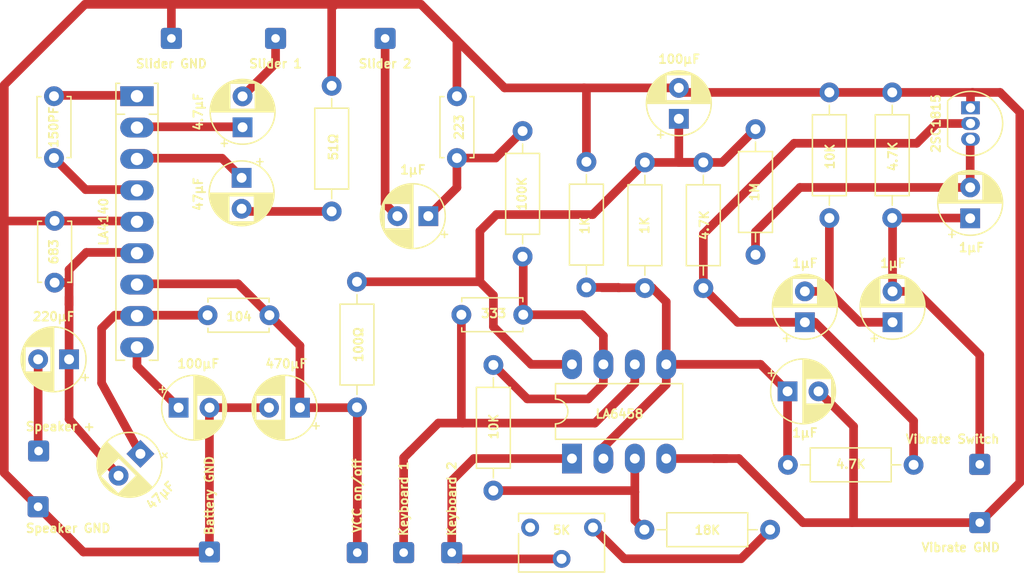
<source format=kicad_pcb>
(kicad_pcb (version 20171130) (host pcbnew "(5.1.10-1-10_14)")
  (layers (0 F.Cu signal) (31 B.Cu signal) (34 B.Paste user) (35 F.Paste user) (36 B.SilkS user) (37 F.SilkS user) (38 B.Mask user) (39 F.Mask user) (44 Edge.Cuts user))
  (net 0 "")
  (net 1 "Net-(C1-Pad2)")
  (net 2 "Net-(C1-Pad1)")
  (net 3 GND)
  (net 4 VCC)
  (net 5 "Net-(C3-Pad2)")
  (net 6 W)
  (net 7 O)
  (net 8 "Net-(C5-Pad1)")
  (net 9 "Net-(C6-Pad2)")
  (net 10 "Net-(C6-Pad1)")
  (net 11 "Net-(C7-Pad1)")
  (net 12 "Net-(C9-Pad1)")
  (net 13 "Net-(C10-Pad1)")
  (net 14 G)
  (net 15 "Net-(C11-Pad1)")
  (net 16 "Net-(C13-Pad2)")
  (net 17 V)
  (net 18 Y)
  (net 19 "Net-(C14-Pad1)")
  (net 20 "Net-(C15-Pad1)")
  (net 21 "Net-(C16-Pad1)")
  (net 22 "Net-(C17-Pad1)")
  (net 23 P)
  (net 24 "Net-(R11-Pad1)")
  (net 25 "Net-(R12-Pad1)")
  (module Package_SIP:SIP9_Housing_BigPads (layer F.Cu) (at 166.751 74.8792 270)
    (fp_text reference U2 hide)
    (fp_text value LA4140 (at 10.16 2.7 90) (layer F.SilkS) (effects (font (size 0.7 0.7))))
    (pad 9 thru_hole oval (at 20.32 0) (size 2.7 1.6) (drill 1) (layers *.Cu *.Mask) (net 12 "Net-(C9-Pad1)"))
    (pad 8 thru_hole oval (at 17.78 0) (size 2.7 1.6) (drill 1) (layers *.Cu *.Mask) (net 11 "Net-(C7-Pad1)"))
    (pad 7 thru_hole oval (at 15.24 0) (size 2.7 1.6) (drill 1) (layers *.Cu *.Mask) (net 4 VCC))
    (pad 6 thru_hole oval (at 12.7 0) (size 2.7 1.6) (drill 1) (layers *.Cu *.Mask) (net 5 "Net-(C3-Pad2)"))
    (pad 5 thru_hole oval (at 10.16 0) (size 2.7 1.6) (drill 1) (layers *.Cu *.Mask) (net 3 GND))
    (pad 4 thru_hole oval (at 7.62 0) (size 2.7 1.6) (drill 1) (layers *.Cu *.Mask) (net 1 "Net-(C1-Pad2)"))
    (pad 3 thru_hole oval (at 5.08 0) (size 2.7 1.6) (drill 1) (layers *.Cu *.Mask) (net 10 "Net-(C6-Pad1)"))
    (pad 2 thru_hole oval (at 2.54 0) (size 2.7 1.6) (drill 1) (layers *.Cu *.Mask) (net 8 "Net-(C5-Pad1)"))
    (pad 1 thru_hole rect (at 0 0) (size 2.7 1.6) (drill 1) (layers *.Cu *.Mask) (net 2 "Net-(C1-Pad1)"))
  )
  (module Capacitor_THT:CP_Radial_D5.0mm_P2.50mm (layer F.Cu) (at 220.726 93.1672 90)
    (fp_text reference C17 hide)
    (fp_text value 1µF (at 4.7752 0 180) (layer F.SilkS) (effects (font (size 0.7 0.7))))
    (pad 2 thru_hole circle (at 2.5 0 90) (size 1.6 1.6) (drill 0.8) (layers *.Cu *.Mask) (net 20 "Net-(C15-Pad1)"))
    (pad 1 thru_hole rect (at 0 0 90) (size 1.6 1.6) (drill 0.8) (layers *.Cu *.Mask) (net 22 "Net-(C17-Pad1)"))
  )
  (module Capacitor_THT:CP_Radial_D5.0mm_P2.50mm (layer F.Cu) (at 219.329 98.7552)
    (fp_text reference C16 hide)
    (fp_text value 1µF (at 1.397 3.3528) (layer F.SilkS) (effects (font (size 0.7 0.7))))
    (pad 2 thru_hole circle (at 2.5 0) (size 1.6 1.6) (drill 0.8) (layers *.Cu *.Mask) (net 3 GND))
    (pad 1 thru_hole rect (at 0 0) (size 1.6 1.6) (drill 0.8) (layers *.Cu *.Mask) (net 21 "Net-(C16-Pad1)"))
  )
  (module Capacitor_THT:CP_Radial_D5.0mm_P2.50mm (layer F.Cu) (at 227.8126 93.1672 90)
    (fp_text reference C15 hide)
    (fp_text value 1µF (at 4.7752 0.0254 180) (layer F.SilkS) (effects (font (size 0.7 0.7))))
    (pad 2 thru_hole circle (at 2.5 0 90) (size 1.6 1.6) (drill 0.8) (layers *.Cu *.Mask) (net 17 V))
    (pad 1 thru_hole rect (at 0 0 90) (size 1.6 1.6) (drill 0.8) (layers *.Cu *.Mask) (net 20 "Net-(C15-Pad1)"))
  )
  (module Capacitor_THT:CP_Radial_D5.0mm_P2.50mm (layer F.Cu) (at 234.0864 84.7598 90)
    (fp_text reference C13 hide)
    (fp_text value 1µF (at -2.3622 0.1016 180) (layer F.SilkS) (effects (font (size 0.7 0.7))))
    (pad 2 thru_hole circle (at 2.5 0 90) (size 1.6 1.6) (drill 0.8) (layers *.Cu *.Mask) (net 16 "Net-(C13-Pad2)"))
    (pad 1 thru_hole rect (at 0 0 90) (size 1.6 1.6) (drill 0.8) (layers *.Cu *.Mask) (net 17 V))
  )
  (module Capacitor_THT:CP_Radial_D5.0mm_P2.50mm (layer F.Cu) (at 190.2968 84.582 180)
    (fp_text reference C11 hide)
    (fp_text value 1µF (at 1.25 3.75) (layer F.SilkS) (effects (font (size 0.7 0.7))))
    (pad 2 thru_hole circle (at 2.5 0 180) (size 1.6 1.6) (drill 0.8) (layers *.Cu *.Mask) (net 14 G))
    (pad 1 thru_hole rect (at 0 0 180) (size 1.6 1.6) (drill 0.8) (layers *.Cu *.Mask) (net 15 "Net-(C11-Pad1)"))
  )
  (module Capacitor_THT:CP_Radial_D5.0mm_P2.50mm (layer F.Cu) (at 210.5406 76.708 90)
    (fp_text reference C10 hide)
    (fp_text value 100µF (at 4.826 0.0254 180) (layer F.SilkS) (effects (font (size 0.7 0.7))))
    (pad 2 thru_hole circle (at 2.5 0 90) (size 1.6 1.6) (drill 0.8) (layers *.Cu *.Mask) (net 3 GND))
    (pad 1 thru_hole rect (at 0 0 90) (size 1.6 1.6) (drill 0.8) (layers *.Cu *.Mask) (net 13 "Net-(C10-Pad1)"))
  )
  (module Capacitor_THT:CP_Radial_D5.0mm_P2.50mm (layer F.Cu) (at 170.1165 100.076)
    (fp_text reference C9 hide)
    (fp_text value 100µF (at 1.5875 -3.556) (layer F.SilkS) (effects (font (size 0.7 0.7))))
    (pad 2 thru_hole circle (at 2.5 0) (size 1.6 1.6) (drill 0.8) (layers *.Cu *.Mask) (net 3 GND))
    (pad 1 thru_hole rect (at 0 0) (size 1.6 1.6) (drill 0.8) (layers *.Cu *.Mask) (net 12 "Net-(C9-Pad1)"))
  )
  (module Capacitor_THT:CP_Radial_D5.0mm_P2.50mm (layer F.Cu) (at 167.0304 103.8098 225)
    (fp_text reference C7 hide)
    (fp_text value 47µF (at 1.239275 -3.538221 45) (layer F.SilkS) (effects (font (size 0.7 0.7))))
    (pad 2 thru_hole circle (at 2.5 0 225) (size 1.6 1.6) (drill 0.8) (layers *.Cu *.Mask) (net 5 "Net-(C3-Pad2)"))
    (pad 1 thru_hole rect (at 0 0 225) (size 1.6 1.6) (drill 0.8) (layers *.Cu *.Mask) (net 11 "Net-(C7-Pad1)"))
  )
  (module Capacitor_THT:CP_Radial_D5.0mm_P2.50mm (layer F.Cu) (at 175.2092 81.4832 270)
    (fp_text reference C6 hide)
    (fp_text value 47µF (at 1.3208 3.5052 270) (layer F.SilkS) (effects (font (size 0.7 0.7))))
    (pad 2 thru_hole circle (at 2.5 0 270) (size 1.6 1.6) (drill 0.8) (layers *.Cu *.Mask) (net 9 "Net-(C6-Pad2)"))
    (pad 1 thru_hole rect (at 0 0 270) (size 1.6 1.6) (drill 0.8) (layers *.Cu *.Mask) (net 10 "Net-(C6-Pad1)"))
  )
  (module Capacitor_THT:CP_Radial_D5.0mm_P2.50mm (layer F.Cu) (at 175.2854 77.3938 90)
    (fp_text reference C5 hide)
    (fp_text value 4.7µF (at 1.25 -3.5814 90) (layer F.SilkS) (effects (font (size 0.7 0.7))))
    (pad 2 thru_hole circle (at 2.5 0 90) (size 1.6 1.6) (drill 0.8) (layers *.Cu *.Mask) (net 7 O))
    (pad 1 thru_hole rect (at 0 0 90) (size 1.6 1.6) (drill 0.8) (layers *.Cu *.Mask) (net 8 "Net-(C5-Pad1)"))
  )
  (module Capacitor_THT:CP_Radial_D5.0mm_P2.50mm (layer F.Cu) (at 161.2646 96.1644 180)
    (fp_text reference C4 hide)
    (fp_text value 220µF (at 1.25 3.4544) (layer F.SilkS) (effects (font (size 0.7 0.7))))
    (pad 2 thru_hole circle (at 2.5 0 180) (size 1.6 1.6) (drill 0.8) (layers *.Cu *.Mask) (net 6 W))
    (pad 1 thru_hole rect (at 0 0 180) (size 1.6 1.6) (drill 0.8) (layers *.Cu *.Mask) (net 5 "Net-(C3-Pad2)"))
  )
  (module Capacitor_THT:CP_Radial_D5.0mm_P2.50mm (layer F.Cu) (at 179.9209 100.076 180)
    (fp_text reference C2 hide)
    (fp_text value 470µF (at 1.1049 3.556) (layer F.SilkS) (effects (font (size 0.7 0.7))))
    (pad 2 thru_hole circle (at 2.5 0 180) (size 1.6 1.6) (drill 0.8) (layers *.Cu *.Mask) (net 3 GND))
    (pad 1 thru_hole rect (at 0 0 180) (size 1.6 1.6) (drill 0.8) (layers *.Cu *.Mask) (net 4 VCC))
  )
  (module Capacitor_THT:C_Disc_D4.7mm_W2.5mm_P5.00mm (layer F.Cu) (at 197.9676 92.5576 180)
    (fp_text reference C14 hide)
    (fp_text value 333 (at 2.3876 0.1016) (layer F.SilkS) (effects (font (size 0.7 0.7))))
    (pad 2 thru_hole circle (at 5 0 180) (size 1.6 1.6) (drill 0.8) (layers *.Cu *.Mask) (net 18 Y))
    (pad 1 thru_hole circle (at 0 0 180) (size 1.6 1.6) (drill 0.8) (layers *.Cu *.Mask) (net 19 "Net-(C14-Pad1)"))
  )
  (module Capacitor_THT:C_Disc_D4.7mm_W2.5mm_P5.00mm (layer F.Cu) (at 192.6082 79.883 90)
    (fp_text reference C12 hide)
    (fp_text value 223 (at 2.5 0.1778 90) (layer F.SilkS) (effects (font (size 0.7 0.7))))
    (pad 2 thru_hole circle (at 5 0 90) (size 1.6 1.6) (drill 0.8) (layers *.Cu *.Mask) (net 3 GND))
    (pad 1 thru_hole circle (at 0 0 90) (size 1.6 1.6) (drill 0.8) (layers *.Cu *.Mask) (net 15 "Net-(C11-Pad1)"))
  )
  (module Capacitor_THT:C_Disc_D4.7mm_W2.5mm_P5.00mm (layer F.Cu) (at 177.4571 92.5957 180)
    (fp_text reference C8 hide)
    (fp_text value 104 (at 2.4511 -0.1143) (layer F.SilkS) (effects (font (size 0.7 0.7))))
    (pad 2 thru_hole circle (at 5 0 180) (size 1.6 1.6) (drill 0.8) (layers *.Cu *.Mask) (net 11 "Net-(C7-Pad1)"))
    (pad 1 thru_hole circle (at 0 0 180) (size 1.6 1.6) (drill 0.8) (layers *.Cu *.Mask) (net 4 VCC))
  )
  (module Capacitor_THT:C_Disc_D4.7mm_W2.5mm_P5.00mm (layer F.Cu) (at 160.0962 84.963 270)
    (fp_text reference C3 hide)
    (fp_text value 683 (at 2.5 0.0762 90) (layer F.SilkS) (effects (font (size 0.7 0.7))))
    (pad 2 thru_hole circle (at 5 0 270) (size 1.6 1.6) (drill 0.8) (layers *.Cu *.Mask) (net 5 "Net-(C3-Pad2)"))
    (pad 1 thru_hole circle (at 0 0 270) (size 1.6 1.6) (drill 0.8) (layers *.Cu *.Mask) (net 3 GND))
  )
  (module Capacitor_THT:C_Disc_D4.7mm_W2.5mm_P5.00mm (layer F.Cu) (at 160.0454 74.8792 270)
    (fp_text reference C1 hide)
    (fp_text value 150PF (at 2.5 0.0254 90) (layer F.SilkS) (effects (font (size 0.7 0.7))))
    (pad 2 thru_hole circle (at 5 0 270) (size 1.6 1.6) (drill 0.8) (layers *.Cu *.Mask) (net 1 "Net-(C1-Pad2)"))
    (pad 1 thru_hole circle (at 0 0 270) (size 1.6 1.6) (drill 0.8) (layers *.Cu *.Mask) (net 2 "Net-(C1-Pad1)"))
  )
  (module Package_DIP:DIP-8_W7.62mm_LongPads (layer F.Cu) (at 201.9046 104.1908 90)
    (fp_text reference U1 hide)
    (fp_text value LA6458 (at 3.6068 3.8354 180) (layer F.SilkS) (effects (font (size 0.7 0.7))))
    (pad 8 thru_hole oval (at 7.62 0 90) (size 2.4 1.6) (drill 0.8) (layers *.Cu *.Mask) (net 13 "Net-(C10-Pad1)"))
    (pad 4 thru_hole oval (at 0 7.62 90) (size 2.4 1.6) (drill 0.8) (layers *.Cu *.Mask) (net 3 GND))
    (pad 7 thru_hole oval (at 7.62 2.54 90) (size 2.4 1.6) (drill 0.8) (layers *.Cu *.Mask) (net 19 "Net-(C14-Pad1)"))
    (pad 3 thru_hole oval (at 0 5.08 90) (size 2.4 1.6) (drill 0.8) (layers *.Cu *.Mask) (net 24 "Net-(R11-Pad1)"))
    (pad 6 thru_hole oval (at 7.62 5.08 90) (size 2.4 1.6) (drill 0.8) (layers *.Cu *.Mask) (net 18 Y))
    (pad 2 thru_hole oval (at 0 2.54 90) (size 2.4 1.6) (drill 0.8) (layers *.Cu *.Mask) (net 21 "Net-(C16-Pad1)"))
    (pad 5 thru_hole oval (at 7.62 7.62 90) (size 2.4 1.6) (drill 0.8) (layers *.Cu *.Mask) (net 21 "Net-(C16-Pad1)"))
    (pad 1 thru_hole rect (at 0 0 90) (size 2.4 1.6) (drill 0.8) (layers *.Cu *.Mask) (net 23 P))
  )
  (module Potentiometer_THT:Potentiometer_Bourns_3266W_Vertical (layer F.Cu) (at 203.6064 109.7661)
    (fp_text reference R13 hide)
    (fp_text value 5K (at -2.54 0.2159) (layer F.SilkS) (effects (font (size 0.7 0.7))))
    (pad 3 thru_hole circle (at -5.08 0) (size 1.44 1.44) (drill 0.8) (layers *.Cu *.Mask))
    (pad 2 thru_hole circle (at -2.54 2.54) (size 1.44 1.44) (drill 0.8) (layers *.Cu *.Mask) (net 23 P))
    (pad 1 thru_hole circle (at 0 0) (size 1.44 1.44) (drill 0.8) (layers *.Cu *.Mask) (net 25 "Net-(R12-Pad1)"))
  )
  (module Resistor_THT:R_Axial_DIN0207_L6.3mm_D2.5mm_P10.16mm_Horizontal (layer F.Cu) (at 217.9193 109.9439 180)
    (fp_text reference R12 hide)
    (fp_text value 18K (at 5.0673 -0.0381) (layer F.SilkS) (effects (font (size 0.7 0.7))))
    (pad 2 thru_hole oval (at 10.16 0 180) (size 1.6 1.6) (drill 0.8) (layers *.Cu *.Mask) (net 24 "Net-(R11-Pad1)"))
    (pad 1 thru_hole circle (at 0 0 180) (size 1.6 1.6) (drill 0.8) (layers *.Cu *.Mask) (net 25 "Net-(R12-Pad1)"))
  )
  (module Resistor_THT:R_Axial_DIN0207_L6.3mm_D2.5mm_P10.16mm_Horizontal (layer F.Cu) (at 195.5546 106.7816 90)
    (fp_text reference R11 hide)
    (fp_text value 10K (at 5.1816 0.0254 90) (layer F.SilkS) (effects (font (size 0.7 0.7))))
    (pad 2 thru_hole oval (at 10.16 0 90) (size 1.6 1.6) (drill 0.8) (layers *.Cu *.Mask) (net 19 "Net-(C14-Pad1)"))
    (pad 1 thru_hole circle (at 0 0 90) (size 1.6 1.6) (drill 0.8) (layers *.Cu *.Mask) (net 24 "Net-(R11-Pad1)"))
  )
  (module Resistor_THT:R_Axial_DIN0207_L6.3mm_D2.5mm_P10.16mm_Horizontal (layer F.Cu) (at 229.5144 104.6988 180)
    (fp_text reference R10 hide)
    (fp_text value 4.7K (at 5.08 0.0508) (layer F.SilkS) (effects (font (size 0.7 0.7))))
    (pad 2 thru_hole oval (at 10.16 0 180) (size 1.6 1.6) (drill 0.8) (layers *.Cu *.Mask) (net 21 "Net-(C16-Pad1)"))
    (pad 1 thru_hole circle (at 0 0 180) (size 1.6 1.6) (drill 0.8) (layers *.Cu *.Mask) (net 22 "Net-(C17-Pad1)"))
  )
  (module Resistor_THT:R_Axial_DIN0207_L6.3mm_D2.5mm_P10.16mm_Horizontal (layer F.Cu) (at 222.7072 84.7344 90)
    (fp_text reference R9 hide)
    (fp_text value 10K (at 4.9784 0.0508 90) (layer F.SilkS) (effects (font (size 0.7 0.7))))
    (pad 2 thru_hole oval (at 10.16 0 90) (size 1.6 1.6) (drill 0.8) (layers *.Cu *.Mask) (net 3 GND))
    (pad 1 thru_hole circle (at 0 0 90) (size 1.6 1.6) (drill 0.8) (layers *.Cu *.Mask) (net 20 "Net-(C15-Pad1)"))
  )
  (module Resistor_THT:R_Axial_DIN0207_L6.3mm_D2.5mm_P10.16mm_Horizontal (layer F.Cu) (at 203.073 80.1878 270)
    (fp_text reference R8 hide)
    (fp_text value 1K (at 5.1562 0.127 90) (layer F.SilkS) (effects (font (size 0.7 0.7))))
    (pad 2 thru_hole oval (at 10.16 0 270) (size 1.6 1.6) (drill 0.8) (layers *.Cu *.Mask) (net 21 "Net-(C16-Pad1)"))
    (pad 1 thru_hole circle (at 0 0 270) (size 1.6 1.6) (drill 0.8) (layers *.Cu *.Mask) (net 3 GND))
  )
  (module Resistor_THT:R_Axial_DIN0207_L6.3mm_D2.5mm_P10.16mm_Horizontal (layer F.Cu) (at 227.7872 84.7344 90)
    (fp_text reference R7 hide)
    (fp_text value 4.7K (at 4.9784 0.0508 90) (layer F.SilkS) (effects (font (size 0.7 0.7))))
    (pad 2 thru_hole oval (at 10.16 0 90) (size 1.6 1.6) (drill 0.8) (layers *.Cu *.Mask) (net 3 GND))
    (pad 1 thru_hole circle (at 0 0 90) (size 1.6 1.6) (drill 0.8) (layers *.Cu *.Mask) (net 17 V))
  )
  (module Resistor_THT:R_Axial_DIN0207_L6.3mm_D2.5mm_P10.16mm_Horizontal (layer F.Cu) (at 207.7974 90.3986 90)
    (fp_text reference R6 hide)
    (fp_text value 1K (at 5.08 -0.0254 90) (layer F.SilkS) (effects (font (size 0.7 0.7))))
    (pad 2 thru_hole oval (at 10.16 0 90) (size 1.6 1.6) (drill 0.8) (layers *.Cu *.Mask) (net 13 "Net-(C10-Pad1)"))
    (pad 1 thru_hole circle (at 0 0 90) (size 1.6 1.6) (drill 0.8) (layers *.Cu *.Mask) (net 21 "Net-(C16-Pad1)"))
  )
  (module Resistor_THT:R_Axial_DIN0207_L6.3mm_D2.5mm_P10.16mm_Horizontal (layer F.Cu) (at 197.9168 77.6986 270)
    (fp_text reference R5 hide)
    (fp_text value 100K (at 5.08 0.0508 90) (layer F.SilkS) (effects (font (size 0.7 0.7))))
    (pad 2 thru_hole oval (at 10.16 0 270) (size 1.6 1.6) (drill 0.8) (layers *.Cu *.Mask) (net 19 "Net-(C14-Pad1)"))
    (pad 1 thru_hole circle (at 0 0 270) (size 1.6 1.6) (drill 0.8) (layers *.Cu *.Mask) (net 15 "Net-(C11-Pad1)"))
  )
  (module Resistor_THT:R_Axial_DIN0207_L6.3mm_D2.5mm_P10.16mm_Horizontal (layer F.Cu) (at 216.7382 87.7062 90)
    (fp_text reference R4 hide)
    (fp_text value 1M (at 5.08 -0.0762 90) (layer F.SilkS) (effects (font (size 0.7 0.7))))
    (pad 2 thru_hole oval (at 10.16 0 90) (size 1.6 1.6) (drill 0.8) (layers *.Cu *.Mask) (net 13 "Net-(C10-Pad1)"))
    (pad 1 thru_hole circle (at 0 0 90) (size 1.6 1.6) (drill 0.8) (layers *.Cu *.Mask) (net 16 "Net-(C13-Pad2)"))
  )
  (module Resistor_THT:R_Axial_DIN0207_L6.3mm_D2.5mm_P10.16mm_Horizontal (layer F.Cu) (at 212.5218 90.3986 90)
    (fp_text reference R3 hide)
    (fp_text value 4.7K (at 5.08 0.0762 90) (layer F.SilkS) (effects (font (size 0.7 0.7))))
    (pad 2 thru_hole oval (at 10.16 0 90) (size 1.6 1.6) (drill 0.8) (layers *.Cu *.Mask) (net 13 "Net-(C10-Pad1)"))
    (pad 1 thru_hole circle (at 0 0 90) (size 1.6 1.6) (drill 0.8) (layers *.Cu *.Mask) (net 22 "Net-(C17-Pad1)"))
  )
  (module Resistor_THT:R_Axial_DIN0207_L6.3mm_D2.5mm_P10.16mm_Horizontal (layer F.Cu) (at 184.531 89.8906 270)
    (fp_text reference R2 hide)
    (fp_text value 100Ω (at 5.08 -0.127 90) (layer F.SilkS) (effects (font (size 0.7 0.7))))
    (pad 2 thru_hole oval (at 10.16 0 270) (size 1.6 1.6) (drill 0.8) (layers *.Cu *.Mask) (net 4 VCC))
    (pad 1 thru_hole circle (at 0 0 270) (size 1.6 1.6) (drill 0.8) (layers *.Cu *.Mask) (net 13 "Net-(C10-Pad1)"))
  )
  (module Resistor_THT:R_Axial_DIN0207_L6.3mm_D2.5mm_P10.16mm_Horizontal (layer F.Cu) (at 182.4863 84.201 90)
    (fp_text reference R1 hide)
    (fp_text value 51Ω (at 5.207 0.1397 90) (layer F.SilkS) (effects (font (size 0.7 0.7))))
    (pad 2 thru_hole oval (at 10.16 0 90) (size 1.6 1.6) (drill 0.8) (layers *.Cu *.Mask) (net 3 GND))
    (pad 1 thru_hole circle (at 0 0 90) (size 1.6 1.6) (drill 0.8) (layers *.Cu *.Mask) (net 9 "Net-(C6-Pad2)"))
  )
  (module Package_TO_SOT_THT:TO-92_Inline (layer F.Cu) (at 234.1118 75.819 270)
    (fp_text reference Q1 hide)
    (fp_text value 2SC1815 (at 1.27 2.79 90) (layer F.SilkS) (effects (font (size 0.7 0.7))))
    (pad 1 thru_hole rect (at 0 0 270) (size 1.05 1.5) (drill 0.75) (layers *.Cu *.Mask) (net 3 GND))
    (pad 3 thru_hole oval (at 2.54 0 270) (size 1.05 1.5) (drill 0.75) (layers *.Cu *.Mask) (net 16 "Net-(C13-Pad2)"))
    (pad 2 thru_hole oval (at 1.27 0 270) (size 1.05 1.5) (drill 0.75) (layers *.Cu *.Mask) (net 22 "Net-(C17-Pad1)"))
  )
  (module Connector_Wire:SolderWire-0.15sqmm_1x01_D0.5mm_OD1.5mm (layer F.Cu) (at 234.8611 104.6607)
    (fp_text reference J11 hide)
    (fp_text value "Vibrate Switch" (at -2.1971 -2.0447) (layer F.SilkS) (effects (font (size 0.7 0.7))))
    (pad 1 thru_hole roundrect (at 0 0) (size 1.7 1.7) (drill 0.7) (layers *.Cu *.Mask) (roundrect_rratio 0.147059) (net 17 V))
  )
  (module Connector_Wire:SolderWire-0.15sqmm_1x01_D0.5mm_OD1.5mm (layer F.Cu) (at 192.1891 111.7981)
    (fp_text reference J10 hide)
    (fp_text value "Keyboard 2" (at 0 -4.3561 90) (layer F.SilkS) (effects (font (size 0.7 0.7))))
    (pad 1 thru_hole roundrect (at 0 0) (size 1.7 1.7) (drill 0.7) (layers *.Cu *.Mask) (roundrect_rratio 0.147059) (net 23 P))
  )
  (module Connector_Wire:SolderWire-0.15sqmm_1x01_D0.5mm_OD1.5mm (layer F.Cu) (at 188.3029 111.7981)
    (fp_text reference J9 hide)
    (fp_text value "Keyboard 1" (at 0 -4.3561 90) (layer F.SilkS) (effects (font (size 0.7 0.7))))
    (pad 1 thru_hole roundrect (at 0 0) (size 1.7 1.7) (drill 0.7) (layers *.Cu *.Mask) (roundrect_rratio 0.147059) (net 18 Y))
  )
  (module Connector_Wire:SolderWire-0.15sqmm_1x01_D0.5mm_OD1.5mm (layer F.Cu) (at 186.8043 70.2056)
    (fp_text reference J8 hide)
    (fp_text value "Slider 2" (at 0 2.05) (layer F.SilkS) (effects (font (size 0.7 0.7))))
    (pad 1 thru_hole roundrect (at 0 0) (size 1.7 1.7) (drill 0.7) (layers *.Cu *.Mask) (roundrect_rratio 0.147059) (net 14 G))
  )
  (module Connector_Wire:SolderWire-0.15sqmm_1x01_D0.5mm_OD1.5mm (layer F.Cu) (at 177.9524 70.2056)
    (fp_text reference J7 hide)
    (fp_text value "Slider 1" (at 0 2.05) (layer F.SilkS) (effects (font (size 0.7 0.7))))
    (pad 1 thru_hole roundrect (at 0 0) (size 1.7 1.7) (drill 0.7) (layers *.Cu *.Mask) (roundrect_rratio 0.147059) (net 7 O))
  )
  (module Connector_Wire:SolderWire-0.15sqmm_1x01_D0.5mm_OD1.5mm (layer F.Cu) (at 158.8008 103.5812)
    (fp_text reference J6 hide)
    (fp_text value "Speaker +" (at 1.7526 -1.9812) (layer F.SilkS) (effects (font (size 0.7 0.7))))
    (pad 1 thru_hole roundrect (at 0 0) (size 1.7 1.7) (drill 0.7) (layers *.Cu *.Mask) (roundrect_rratio 0.147059) (net 6 W))
  )
  (module Connector_Wire:SolderWire-0.15sqmm_1x01_D0.5mm_OD1.5mm (layer F.Cu) (at 184.5564 111.7981)
    (fp_text reference J5 hide)
    (fp_text value "VCC on/off" (at 0 -4.6101 90) (layer F.SilkS) (effects (font (size 0.7 0.7))))
    (pad 1 thru_hole roundrect (at 0 0) (size 1.7 1.7) (drill 0.7) (layers *.Cu *.Mask) (roundrect_rratio 0.147059) (net 4 VCC))
  )
  (module Connector_Wire:SolderWire-0.15sqmm_1x01_D0.5mm_OD1.5mm (layer F.Cu) (at 234.8611 109.3724)
    (fp_text reference J4 hide)
    (fp_text value "Vibrate GND" (at -1.5367 2.0066) (layer F.SilkS) (effects (font (size 0.7 0.7))))
    (pad 1 thru_hole roundrect (at 0 0) (size 1.7 1.7) (drill 0.7) (layers *.Cu *.Mask) (roundrect_rratio 0.147059) (net 3 GND))
  )
  (module Connector_Wire:SolderWire-0.15sqmm_1x01_D0.5mm_OD1.5mm (layer F.Cu) (at 169.5323 70.2056)
    (fp_text reference J3 hide)
    (fp_text value "Slider GND" (at 0 2.05) (layer F.SilkS) (effects (font (size 0.7 0.7))))
    (pad 1 thru_hole roundrect (at 0 0) (size 1.7 1.7) (drill 0.7) (layers *.Cu *.Mask) (roundrect_rratio 0.147059) (net 3 GND))
  )
  (module Connector_Wire:SolderWire-0.15sqmm_1x01_D0.5mm_OD1.5mm (layer F.Cu) (at 158.7627 108.0897)
    (fp_text reference J2 hide)
    (fp_text value "Speaker GND" (at 2.4257 1.7399) (layer F.SilkS) (effects (font (size 0.7 0.7))))
    (pad 1 thru_hole roundrect (at 0 0) (size 1.7 1.7) (drill 0.7) (layers *.Cu *.Mask) (roundrect_rratio 0.147059) (net 3 GND))
  )
  (module Connector_Wire:SolderWire-0.15sqmm_1x01_D0.5mm_OD1.5mm (layer F.Cu) (at 172.6057 111.7473)
    (fp_text reference J1 hide)
    (fp_text value "Battery GND" (at 0 -4.5593 90) (layer F.SilkS) (effects (font (size 0.7 0.7))))
    (pad 1 thru_hole roundrect (at 0 0) (size 1.7 1.7) (drill 0.7) (layers *.Cu *.Mask) (roundrect_rratio 0.147059) (net 3 GND))
  )
  (segment (start 162.6019 82.4357) (end 160.0454 79.8792) (width 0.7) (layer F.Cu) (net 1))
  (segment (start 166.751 82.4357) (end 162.6019 82.4357) (width 0.7) (layer F.Cu) (net 1))
  (segment (start 160.1089 74.8157) (end 160.0454 74.8792) (width 0.7) (layer F.Cu) (net 2))
  (segment (start 166.751 74.8157) (end 160.1089 74.8157) (width 0.7) (layer F.Cu) (net 2))
  (segment (start 177.4209 100.076) (end 172.6165 100.076) (width 0.7) (layer F.Cu) (net 3))
  (segment (start 172.6057 100.0868) (end 172.6165 100.076) (width 0.7) (layer F.Cu) (net 3))
  (segment (start 172.6057 111.7473) (end 172.6057 100.0868) (width 0.7) (layer F.Cu) (net 3))
  (segment (start 156.1211 84.9757) (end 156.0322 84.8868) (width 0.7) (layer F.Cu) (net 3))
  (segment (start 166.751 84.9757) (end 156.1211 84.9757) (width 0.7) (layer F.Cu) (net 3))
  (segment (start 156.0322 84.8868) (end 156.0322 73.9648) (width 0.7) (layer F.Cu) (net 3))
  (segment (start 156.0322 73.9648) (end 162.5473 67.4497) (width 0.7) (layer F.Cu) (net 3))
  (segment (start 238.0996 106.1339) (end 234.8611 109.3724) (width 0.7) (layer F.Cu) (net 3))
  (segment (start 169.5323 70.2056) (end 169.5323 67.6275) (width 0.7) (layer F.Cu) (net 3))
  (segment (start 169.5323 67.6275) (end 169.3545 67.4497) (width 0.7) (layer F.Cu) (net 3))
  (segment (start 162.5473 67.4497) (end 169.3545 67.4497) (width 0.7) (layer F.Cu) (net 3))
  (segment (start 169.3545 67.4497) (end 182.7784 67.4497) (width 0.7) (layer F.Cu) (net 3))
  (segment (start 182.7784 67.4497) (end 189.6999 67.4497) (width 0.7) (layer F.Cu) (net 3))
  (segment (start 192.6082 74.883) (end 192.6082 70.358) (width 0.7) (layer F.Cu) (net 3))
  (segment (start 236.4994 74.5744) (end 238.0996 76.1746) (width 0.7) (layer F.Cu) (net 3))
  (segment (start 238.0996 76.1746) (end 238.0996 106.1339) (width 0.7) (layer F.Cu) (net 3))
  (segment (start 234.1118 74.7395) (end 234.2769 74.5744) (width 0.7) (layer F.Cu) (net 3))
  (segment (start 234.1118 75.819) (end 234.1118 74.7395) (width 0.7) (layer F.Cu) (net 3))
  (segment (start 234.2769 74.5744) (end 236.4994 74.5744) (width 0.7) (layer F.Cu) (net 3))
  (segment (start 227.7872 74.5744) (end 234.2769 74.5744) (width 0.7) (layer F.Cu) (net 3))
  (segment (start 227.7872 74.5744) (end 222.7072 74.5744) (width 0.7) (layer F.Cu) (net 3))
  (segment (start 210.907 74.5744) (end 210.5406 74.208) (width 0.7) (layer F.Cu) (net 3))
  (segment (start 222.7072 74.5744) (end 210.907 74.5744) (width 0.7) (layer F.Cu) (net 3))
  (segment (start 196.4582 74.208) (end 192.0494 69.7992) (width 0.7) (layer F.Cu) (net 3))
  (segment (start 192.0494 69.7992) (end 192.6082 70.358) (width 0.7) (layer F.Cu) (net 3))
  (segment (start 189.6999 67.4497) (end 192.0494 69.7992) (width 0.7) (layer F.Cu) (net 3))
  (segment (start 203.073 74.3966) (end 202.8844 74.208) (width 0.7) (layer F.Cu) (net 3))
  (segment (start 203.073 80.1878) (end 203.073 74.3966) (width 0.7) (layer F.Cu) (net 3))
  (segment (start 202.8844 74.208) (end 196.4582 74.208) (width 0.7) (layer F.Cu) (net 3))
  (segment (start 210.5406 74.208) (end 202.8844 74.208) (width 0.7) (layer F.Cu) (net 3))
  (segment (start 156.0322 105.3592) (end 158.7627 108.0897) (width 0.7) (layer F.Cu) (net 3))
  (segment (start 156.0322 84.8868) (end 156.0322 105.3592) (width 0.7) (layer F.Cu) (net 3))
  (segment (start 162.4203 111.7473) (end 158.7627 108.0897) (width 0.7) (layer F.Cu) (net 3))
  (segment (start 172.6057 111.7473) (end 162.4203 111.7473) (width 0.7) (layer F.Cu) (net 3))
  (segment (start 215.392 104.1908) (end 213.3854 104.1908) (width 0.7) (layer F.Cu) (net 3))
  (segment (start 213.3854 104.1908) (end 214.4014 104.1908) (width 0.7) (layer F.Cu) (net 3))
  (segment (start 220.5736 109.3724) (end 215.392 104.1908) (width 0.7) (layer F.Cu) (net 3))
  (segment (start 209.5246 104.1908) (end 213.3854 104.1908) (width 0.7) (layer F.Cu) (net 3))
  (segment (start 221.829 98.7552) (end 224.663 101.5892) (width 0.7) (layer F.Cu) (net 3))
  (segment (start 224.663 109.2454) (end 224.536 109.3724) (width 0.7) (layer F.Cu) (net 3))
  (segment (start 224.663 101.5892) (end 224.663 109.2454) (width 0.7) (layer F.Cu) (net 3))
  (segment (start 224.536 109.3724) (end 220.5736 109.3724) (width 0.7) (layer F.Cu) (net 3))
  (segment (start 234.8611 109.3724) (end 224.536 109.3724) (width 0.7) (layer F.Cu) (net 3))
  (segment (start 182.4863 74.041) (end 182.4863 67.7418) (width 0.7) (layer F.Cu) (net 3))
  (segment (start 182.4863 67.7418) (end 182.7784 67.4497) (width 0.7) (layer F.Cu) (net 3))
  (segment (start 184.5564 100.076) (end 184.531 100.0506) (width 0.7) (layer F.Cu) (net 4))
  (segment (start 184.5564 111.7981) (end 184.5564 100.076) (width 0.7) (layer F.Cu) (net 4))
  (segment (start 184.5056 100.076) (end 184.531 100.0506) (width 0.7) (layer F.Cu) (net 4))
  (segment (start 179.9209 100.076) (end 184.5056 100.076) (width 0.7) (layer F.Cu) (net 4))
  (segment (start 174.9171 90.0557) (end 177.4571 92.5957) (width 0.7) (layer F.Cu) (net 4))
  (segment (start 166.751 90.0557) (end 174.9171 90.0557) (width 0.7) (layer F.Cu) (net 4))
  (segment (start 179.9209 95.0595) (end 177.4571 92.5957) (width 0.7) (layer F.Cu) (net 4))
  (segment (start 179.9209 100.076) (end 179.9209 95.0595) (width 0.7) (layer F.Cu) (net 4))
  (segment (start 166.751 87.5157) (end 162.6616 87.5157) (width 0.7) (layer F.Cu) (net 5))
  (segment (start 161.2646 91.7194) (end 161.2646 91.1314) (width 0.7) (layer F.Cu) (net 5))
  (segment (start 162.6616 87.5157) (end 161.2646 88.9127) (width 0.7) (layer F.Cu) (net 5))
  (segment (start 161.2646 96.1644) (end 161.2646 91.7194) (width 0.7) (layer F.Cu) (net 5))
  (segment (start 161.1084 89.963) (end 161.2646 90.1192) (width 0.7) (layer F.Cu) (net 5))
  (segment (start 160.0962 89.963) (end 161.1084 89.963) (width 0.7) (layer F.Cu) (net 5))
  (segment (start 161.2646 90.1192) (end 161.2646 91.7194) (width 0.7) (layer F.Cu) (net 5))
  (segment (start 161.2646 88.9127) (end 161.2646 90.1192) (width 0.7) (layer F.Cu) (net 5))
  (segment (start 161.2646 101.0031) (end 161.2646 96.1644) (width 0.7) (layer F.Cu) (net 5))
  (segment (start 165.262633 105.577567) (end 161.2646 101.0031) (width 0.7) (layer F.Cu) (net 5))
  (segment (start 158.7646 103.545) (end 158.8008 103.5812) (width 0.7) (layer F.Cu) (net 6))
  (segment (start 158.7646 96.1644) (end 158.7646 103.545) (width 0.7) (layer F.Cu) (net 6))
  (segment (start 177.9524 72.2268) (end 175.2854 74.8938) (width 0.7) (layer F.Cu) (net 7))
  (segment (start 177.9524 70.2056) (end 177.9524 72.2268) (width 0.7) (layer F.Cu) (net 7))
  (segment (start 175.2473 77.3557) (end 175.2854 77.3938) (width 0.7) (layer F.Cu) (net 8))
  (segment (start 166.751 77.3557) (end 175.2473 77.3557) (width 0.7) (layer F.Cu) (net 8))
  (segment (start 175.427 84.201) (end 175.2092 83.9832) (width 0.7) (layer F.Cu) (net 9))
  (segment (start 182.4863 84.201) (end 175.427 84.201) (width 0.7) (layer F.Cu) (net 9))
  (segment (start 173.6217 79.8957) (end 175.2092 81.4832) (width 0.7) (layer F.Cu) (net 10))
  (segment (start 166.751 79.8957) (end 173.6217 79.8957) (width 0.7) (layer F.Cu) (net 10))
  (segment (start 166.751 92.5957) (end 172.4571 92.5957) (width 0.7) (layer F.Cu) (net 11))
  (segment (start 163.8935 98.0821) (end 167.0304 103.8098) (width 0.7) (layer F.Cu) (net 11))
  (segment (start 163.8935 93.6625) (end 163.8935 98.0821) (width 0.7) (layer F.Cu) (net 11))
  (segment (start 164.9603 92.5957) (end 163.8935 93.6625) (width 0.7) (layer F.Cu) (net 11))
  (segment (start 166.751 92.5957) (end 164.9603 92.5957) (width 0.7) (layer F.Cu) (net 11))
  (segment (start 166.751 96.7105) (end 170.1165 100.076) (width 0.7) (layer F.Cu) (net 12))
  (segment (start 166.751 95.1357) (end 166.751 96.7105) (width 0.7) (layer F.Cu) (net 12))
  (segment (start 195.5546 93.5228) (end 195.5546 90.9828) (width 0.7) (layer F.Cu) (net 13))
  (segment (start 198.6026 96.5708) (end 195.5546 93.5228) (width 0.7) (layer F.Cu) (net 13))
  (segment (start 201.9046 96.5708) (end 198.6026 96.5708) (width 0.7) (layer F.Cu) (net 13))
  (segment (start 194.4624 89.8906) (end 195.5546 90.9828) (width 0.7) (layer F.Cu) (net 13))
  (segment (start 184.531 89.8906) (end 194.4624 89.8906) (width 0.7) (layer F.Cu) (net 13))
  (segment (start 210.5406 80.2386) (end 212.5218 80.2386) (width 0.7) (layer F.Cu) (net 13))
  (segment (start 210.5406 76.708) (end 210.5406 80.2386) (width 0.7) (layer F.Cu) (net 13))
  (segment (start 214.0458 80.2386) (end 216.7382 77.5462) (width 0.7) (layer F.Cu) (net 13))
  (segment (start 212.5218 80.2386) (end 214.0458 80.2386) (width 0.7) (layer F.Cu) (net 13))
  (segment (start 195.7959 84.455) (end 203.581 84.455) (width 0.7) (layer F.Cu) (net 13))
  (segment (start 203.581 84.455) (end 207.7974 80.2386) (width 0.7) (layer F.Cu) (net 13))
  (segment (start 194.4624 85.7885) (end 195.7959 84.455) (width 0.7) (layer F.Cu) (net 13))
  (segment (start 194.4624 89.8906) (end 194.4624 85.7885) (width 0.7) (layer F.Cu) (net 13))
  (segment (start 207.7974 80.2386) (end 212.5218 80.2386) (width 0.7) (layer F.Cu) (net 13))
  (segment (start 186.8043 83.5895) (end 187.7968 84.582) (width 0.7) (layer F.Cu) (net 14))
  (segment (start 186.8043 70.2056) (end 186.8043 83.5895) (width 0.7) (layer F.Cu) (net 14))
  (segment (start 195.7324 79.883) (end 197.9168 77.6986) (width 0.7) (layer F.Cu) (net 15))
  (segment (start 192.6082 79.883) (end 195.7324 79.883) (width 0.7) (layer F.Cu) (net 15))
  (segment (start 192.6082 82.2706) (end 190.2968 84.582) (width 0.7) (layer F.Cu) (net 15))
  (segment (start 192.6082 79.883) (end 192.6082 82.2706) (width 0.7) (layer F.Cu) (net 15))
  (segment (start 234.0864 82.2598) (end 220.3304 82.2598) (width 0.7) (layer F.Cu) (net 16))
  (segment (start 216.7382 85.852) (end 216.7382 87.7062) (width 0.7) (layer F.Cu) (net 16))
  (segment (start 220.3304 82.2598) (end 216.7382 85.852) (width 0.7) (layer F.Cu) (net 16))
  (segment (start 234.0864 78.3844) (end 234.1118 78.359) (width 0.7) (layer F.Cu) (net 16))
  (segment (start 234.0864 82.2598) (end 234.0864 78.3844) (width 0.7) (layer F.Cu) (net 16))
  (segment (start 227.8126 84.7598) (end 227.7872 84.7344) (width 0.7) (layer F.Cu) (net 17))
  (segment (start 227.8126 90.6672) (end 227.8126 84.7598) (width 0.7) (layer F.Cu) (net 17))
  (segment (start 234.061 84.7344) (end 234.0864 84.7598) (width 0.7) (layer F.Cu) (net 17))
  (segment (start 227.7872 84.7344) (end 234.061 84.7344) (width 0.7) (layer F.Cu) (net 17))
  (segment (start 227.8126 90.6672) (end 229.7195 90.6672) (width 0.7) (layer F.Cu) (net 17))
  (segment (start 234.8611 95.8088) (end 234.8611 104.6607) (width 0.7) (layer F.Cu) (net 17))
  (segment (start 229.7195 90.6672) (end 234.8611 95.8088) (width 0.7) (layer F.Cu) (net 17))
  (segment (start 206.9846 96.5708) (end 206.9846 98.0948) (width 0.7) (layer F.Cu) (net 18))
  (segment (start 206.9846 98.0948) (end 203.7588 101.3206) (width 0.7) (layer F.Cu) (net 18))
  (segment (start 192.9676 101.2228) (end 193.0654 101.3206) (width 0.7) (layer F.Cu) (net 18))
  (segment (start 192.9676 92.5576) (end 192.9676 101.2228) (width 0.7) (layer F.Cu) (net 18))
  (segment (start 193.0654 101.3206) (end 191.1096 101.3206) (width 0.7) (layer F.Cu) (net 18))
  (segment (start 203.7588 101.3206) (end 193.0654 101.3206) (width 0.7) (layer F.Cu) (net 18))
  (segment (start 188.3029 104.1273) (end 188.88075 103.54945) (width 0.7) (layer F.Cu) (net 18))
  (segment (start 188.3029 111.7981) (end 188.3029 104.1273) (width 0.7) (layer F.Cu) (net 18))
  (segment (start 188.88075 103.54945) (end 188.3664 104.0638) (width 0.7) (layer F.Cu) (net 18))
  (segment (start 191.1096 101.3206) (end 188.88075 103.54945) (width 0.7) (layer F.Cu) (net 18))
  (segment (start 204.4446 96.5708) (end 204.4446 98.1456) (width 0.7) (layer F.Cu) (net 19))
  (segment (start 204.4446 98.1456) (end 203.2254 99.3648) (width 0.7) (layer F.Cu) (net 19))
  (segment (start 198.2978 99.3648) (end 195.5546 96.6216) (width 0.7) (layer F.Cu) (net 19))
  (segment (start 203.2254 99.3648) (end 198.2978 99.3648) (width 0.7) (layer F.Cu) (net 19))
  (segment (start 197.9676 92.5576) (end 202.7428 92.5576) (width 0.7) (layer F.Cu) (net 19))
  (segment (start 204.4446 94.2594) (end 204.4446 96.5708) (width 0.7) (layer F.Cu) (net 19))
  (segment (start 202.7428 92.5576) (end 204.4446 94.2594) (width 0.7) (layer F.Cu) (net 19))
  (segment (start 197.9676 87.9094) (end 197.9168 87.8586) (width 0.7) (layer F.Cu) (net 19))
  (segment (start 197.9676 92.5576) (end 197.9676 87.9094) (width 0.7) (layer F.Cu) (net 19))
  (segment (start 222.7072 90.6018) (end 222.6418 90.6672) (width 0.7) (layer F.Cu) (net 20))
  (segment (start 222.7072 84.7344) (end 222.7072 90.6018) (width 0.7) (layer F.Cu) (net 20))
  (segment (start 220.726 90.6672) (end 222.6418 90.6672) (width 0.7) (layer F.Cu) (net 20))
  (segment (start 225.1418 93.1672) (end 222.6418 90.6672) (width 0.7) (layer F.Cu) (net 20))
  (segment (start 227.8126 93.1672) (end 225.1418 93.1672) (width 0.7) (layer F.Cu) (net 20))
  (segment (start 204.4446 104.1908) (end 204.4446 103.2764) (width 0.7) (layer F.Cu) (net 21))
  (segment (start 209.5246 98.1964) (end 209.5246 96.5708) (width 0.7) (layer F.Cu) (net 21))
  (segment (start 208.3816 90.3732) (end 208.407 90.3986) (width 0.7) (layer F.Cu) (net 21))
  (segment (start 209.5246 91.5162) (end 208.407 90.3986) (width 0.7) (layer F.Cu) (net 21))
  (segment (start 209.5246 96.5708) (end 209.5246 91.5162) (width 0.7) (layer F.Cu) (net 21))
  (segment (start 204.4446 103.2764) (end 209.5246 98.1964) (width 0.7) (layer F.Cu) (net 21))
  (segment (start 217.1446 96.5708) (end 219.329 98.7552) (width 0.7) (layer F.Cu) (net 21))
  (segment (start 209.5246 96.5708) (end 217.1446 96.5708) (width 0.7) (layer F.Cu) (net 21))
  (segment (start 219.329 104.6734) (end 219.3544 104.6988) (width 0.7) (layer F.Cu) (net 21))
  (segment (start 219.329 98.7552) (end 219.329 104.6734) (width 0.7) (layer F.Cu) (net 21))
  (segment (start 205.6638 90.3478) (end 205.6892 90.3732) (width 0.7) (layer F.Cu) (net 21))
  (segment (start 203.073 90.3478) (end 205.6638 90.3478) (width 0.7) (layer F.Cu) (net 21))
  (segment (start 205.6892 90.3732) (end 208.3816 90.3732) (width 0.7) (layer F.Cu) (net 21))
  (segment (start 204.3176 90.3732) (end 205.6892 90.3732) (width 0.7) (layer F.Cu) (net 21))
  (segment (start 215.2904 93.1672) (end 212.5218 90.3986) (width 0.7) (layer F.Cu) (net 22))
  (segment (start 220.726 93.1672) (end 215.2904 93.1672) (width 0.7) (layer F.Cu) (net 22))
  (segment (start 234.1118 77.089) (end 231.3686 77.089) (width 0.7) (layer F.Cu) (net 22))
  (segment (start 231.3686 77.089) (end 229.7684 78.6892) (width 0.7) (layer F.Cu) (net 22))
  (segment (start 229.7684 78.6892) (end 219.8624 78.6892) (width 0.7) (layer F.Cu) (net 22))
  (segment (start 212.5218 86.0298) (end 212.5218 90.3986) (width 0.7) (layer F.Cu) (net 22))
  (segment (start 219.8624 78.6892) (end 212.5218 86.0298) (width 0.7) (layer F.Cu) (net 22))
  (segment (start 220.726 93.1672) (end 221.5388 93.1672) (width 0.7) (layer F.Cu) (net 22))
  (segment (start 229.5144 101.1428) (end 229.5144 104.6988) (width 0.7) (layer F.Cu) (net 22))
  (segment (start 221.5388 93.1672) (end 229.5144 101.1428) (width 0.7) (layer F.Cu) (net 22))
  (segment (start 201.9046 104.1908) (end 193.9798 104.1908) (width 0.7) (layer F.Cu) (net 23))
  (segment (start 192.1891 105.9815) (end 192.1891 111.7981) (width 0.7) (layer F.Cu) (net 23))
  (segment (start 193.9798 104.1908) (end 192.1891 105.9815) (width 0.7) (layer F.Cu) (net 23))
  (segment (start 192.6971 112.3061) (end 192.1891 111.7981) (width 0.7) (layer F.Cu) (net 23))
  (segment (start 201.0664 112.3061) (end 192.6971 112.3061) (width 0.7) (layer F.Cu) (net 23))
  (segment (start 206.9846 109.1692) (end 207.7593 109.9439) (width 0.7) (layer F.Cu) (net 24))
  (segment (start 195.5546 106.7816) (end 206.8703 106.7816) (width 0.7) (layer F.Cu) (net 24))
  (segment (start 206.9846 106.8959) (end 206.9846 109.1692) (width 0.7) (layer F.Cu) (net 24))
  (segment (start 206.8703 106.7816) (end 206.9846 106.8959) (width 0.7) (layer F.Cu) (net 24))
  (segment (start 206.9846 104.1908) (end 206.9846 106.8959) (width 0.7) (layer F.Cu) (net 24))
  (segment (start 203.6064 109.7661) (end 206.1337 112.2934) (width 0.7) (layer F.Cu) (net 25))
  (segment (start 215.5698 112.2934) (end 217.9193 109.9439) (width 0.7) (layer F.Cu) (net 25))
  (segment (start 206.1337 112.2934) (end 215.5698 112.2934) (width 0.7) (layer F.Cu) (net 25))
)
</source>
